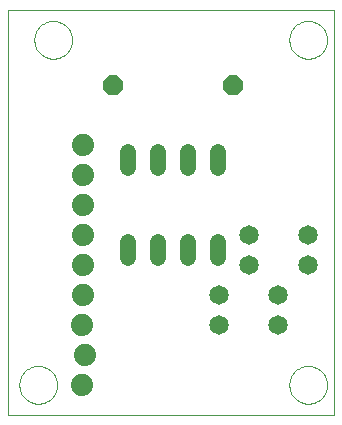
<source format=gtl>
G75*
%MOIN*%
%OFA0B0*%
%FSLAX24Y24*%
%IPPOS*%
%LPD*%
%AMOC8*
5,1,8,0,0,1.08239X$1,22.5*
%
%ADD10C,0.0000*%
%ADD11C,0.0520*%
%ADD12C,0.0650*%
%ADD13OC8,0.0660*%
%ADD14C,0.0740*%
D10*
X000350Y000350D02*
X000350Y013846D01*
X011220Y013846D01*
X011220Y000350D01*
X000350Y000350D01*
X000720Y001350D02*
X000722Y001400D01*
X000728Y001450D01*
X000738Y001499D01*
X000752Y001547D01*
X000769Y001594D01*
X000790Y001639D01*
X000815Y001683D01*
X000843Y001724D01*
X000875Y001763D01*
X000909Y001800D01*
X000946Y001834D01*
X000986Y001864D01*
X001028Y001891D01*
X001072Y001915D01*
X001118Y001936D01*
X001165Y001952D01*
X001213Y001965D01*
X001263Y001974D01*
X001312Y001979D01*
X001363Y001980D01*
X001413Y001977D01*
X001462Y001970D01*
X001511Y001959D01*
X001559Y001944D01*
X001605Y001926D01*
X001650Y001904D01*
X001693Y001878D01*
X001734Y001849D01*
X001773Y001817D01*
X001809Y001782D01*
X001841Y001744D01*
X001871Y001704D01*
X001898Y001661D01*
X001921Y001617D01*
X001940Y001571D01*
X001956Y001523D01*
X001968Y001474D01*
X001976Y001425D01*
X001980Y001375D01*
X001980Y001325D01*
X001976Y001275D01*
X001968Y001226D01*
X001956Y001177D01*
X001940Y001129D01*
X001921Y001083D01*
X001898Y001039D01*
X001871Y000996D01*
X001841Y000956D01*
X001809Y000918D01*
X001773Y000883D01*
X001734Y000851D01*
X001693Y000822D01*
X001650Y000796D01*
X001605Y000774D01*
X001559Y000756D01*
X001511Y000741D01*
X001462Y000730D01*
X001413Y000723D01*
X001363Y000720D01*
X001312Y000721D01*
X001263Y000726D01*
X001213Y000735D01*
X001165Y000748D01*
X001118Y000764D01*
X001072Y000785D01*
X001028Y000809D01*
X000986Y000836D01*
X000946Y000866D01*
X000909Y000900D01*
X000875Y000937D01*
X000843Y000976D01*
X000815Y001017D01*
X000790Y001061D01*
X000769Y001106D01*
X000752Y001153D01*
X000738Y001201D01*
X000728Y001250D01*
X000722Y001300D01*
X000720Y001350D01*
X001220Y012850D02*
X001222Y012900D01*
X001228Y012950D01*
X001238Y012999D01*
X001252Y013047D01*
X001269Y013094D01*
X001290Y013139D01*
X001315Y013183D01*
X001343Y013224D01*
X001375Y013263D01*
X001409Y013300D01*
X001446Y013334D01*
X001486Y013364D01*
X001528Y013391D01*
X001572Y013415D01*
X001618Y013436D01*
X001665Y013452D01*
X001713Y013465D01*
X001763Y013474D01*
X001812Y013479D01*
X001863Y013480D01*
X001913Y013477D01*
X001962Y013470D01*
X002011Y013459D01*
X002059Y013444D01*
X002105Y013426D01*
X002150Y013404D01*
X002193Y013378D01*
X002234Y013349D01*
X002273Y013317D01*
X002309Y013282D01*
X002341Y013244D01*
X002371Y013204D01*
X002398Y013161D01*
X002421Y013117D01*
X002440Y013071D01*
X002456Y013023D01*
X002468Y012974D01*
X002476Y012925D01*
X002480Y012875D01*
X002480Y012825D01*
X002476Y012775D01*
X002468Y012726D01*
X002456Y012677D01*
X002440Y012629D01*
X002421Y012583D01*
X002398Y012539D01*
X002371Y012496D01*
X002341Y012456D01*
X002309Y012418D01*
X002273Y012383D01*
X002234Y012351D01*
X002193Y012322D01*
X002150Y012296D01*
X002105Y012274D01*
X002059Y012256D01*
X002011Y012241D01*
X001962Y012230D01*
X001913Y012223D01*
X001863Y012220D01*
X001812Y012221D01*
X001763Y012226D01*
X001713Y012235D01*
X001665Y012248D01*
X001618Y012264D01*
X001572Y012285D01*
X001528Y012309D01*
X001486Y012336D01*
X001446Y012366D01*
X001409Y012400D01*
X001375Y012437D01*
X001343Y012476D01*
X001315Y012517D01*
X001290Y012561D01*
X001269Y012606D01*
X001252Y012653D01*
X001238Y012701D01*
X001228Y012750D01*
X001222Y012800D01*
X001220Y012850D01*
X009720Y012850D02*
X009722Y012900D01*
X009728Y012950D01*
X009738Y012999D01*
X009752Y013047D01*
X009769Y013094D01*
X009790Y013139D01*
X009815Y013183D01*
X009843Y013224D01*
X009875Y013263D01*
X009909Y013300D01*
X009946Y013334D01*
X009986Y013364D01*
X010028Y013391D01*
X010072Y013415D01*
X010118Y013436D01*
X010165Y013452D01*
X010213Y013465D01*
X010263Y013474D01*
X010312Y013479D01*
X010363Y013480D01*
X010413Y013477D01*
X010462Y013470D01*
X010511Y013459D01*
X010559Y013444D01*
X010605Y013426D01*
X010650Y013404D01*
X010693Y013378D01*
X010734Y013349D01*
X010773Y013317D01*
X010809Y013282D01*
X010841Y013244D01*
X010871Y013204D01*
X010898Y013161D01*
X010921Y013117D01*
X010940Y013071D01*
X010956Y013023D01*
X010968Y012974D01*
X010976Y012925D01*
X010980Y012875D01*
X010980Y012825D01*
X010976Y012775D01*
X010968Y012726D01*
X010956Y012677D01*
X010940Y012629D01*
X010921Y012583D01*
X010898Y012539D01*
X010871Y012496D01*
X010841Y012456D01*
X010809Y012418D01*
X010773Y012383D01*
X010734Y012351D01*
X010693Y012322D01*
X010650Y012296D01*
X010605Y012274D01*
X010559Y012256D01*
X010511Y012241D01*
X010462Y012230D01*
X010413Y012223D01*
X010363Y012220D01*
X010312Y012221D01*
X010263Y012226D01*
X010213Y012235D01*
X010165Y012248D01*
X010118Y012264D01*
X010072Y012285D01*
X010028Y012309D01*
X009986Y012336D01*
X009946Y012366D01*
X009909Y012400D01*
X009875Y012437D01*
X009843Y012476D01*
X009815Y012517D01*
X009790Y012561D01*
X009769Y012606D01*
X009752Y012653D01*
X009738Y012701D01*
X009728Y012750D01*
X009722Y012800D01*
X009720Y012850D01*
X009720Y001350D02*
X009722Y001400D01*
X009728Y001450D01*
X009738Y001499D01*
X009752Y001547D01*
X009769Y001594D01*
X009790Y001639D01*
X009815Y001683D01*
X009843Y001724D01*
X009875Y001763D01*
X009909Y001800D01*
X009946Y001834D01*
X009986Y001864D01*
X010028Y001891D01*
X010072Y001915D01*
X010118Y001936D01*
X010165Y001952D01*
X010213Y001965D01*
X010263Y001974D01*
X010312Y001979D01*
X010363Y001980D01*
X010413Y001977D01*
X010462Y001970D01*
X010511Y001959D01*
X010559Y001944D01*
X010605Y001926D01*
X010650Y001904D01*
X010693Y001878D01*
X010734Y001849D01*
X010773Y001817D01*
X010809Y001782D01*
X010841Y001744D01*
X010871Y001704D01*
X010898Y001661D01*
X010921Y001617D01*
X010940Y001571D01*
X010956Y001523D01*
X010968Y001474D01*
X010976Y001425D01*
X010980Y001375D01*
X010980Y001325D01*
X010976Y001275D01*
X010968Y001226D01*
X010956Y001177D01*
X010940Y001129D01*
X010921Y001083D01*
X010898Y001039D01*
X010871Y000996D01*
X010841Y000956D01*
X010809Y000918D01*
X010773Y000883D01*
X010734Y000851D01*
X010693Y000822D01*
X010650Y000796D01*
X010605Y000774D01*
X010559Y000756D01*
X010511Y000741D01*
X010462Y000730D01*
X010413Y000723D01*
X010363Y000720D01*
X010312Y000721D01*
X010263Y000726D01*
X010213Y000735D01*
X010165Y000748D01*
X010118Y000764D01*
X010072Y000785D01*
X010028Y000809D01*
X009986Y000836D01*
X009946Y000866D01*
X009909Y000900D01*
X009875Y000937D01*
X009843Y000976D01*
X009815Y001017D01*
X009790Y001061D01*
X009769Y001106D01*
X009752Y001153D01*
X009738Y001201D01*
X009728Y001250D01*
X009722Y001300D01*
X009720Y001350D01*
D11*
X007350Y005590D02*
X007350Y006110D01*
X006350Y006110D02*
X006350Y005590D01*
X005350Y005590D02*
X005350Y006110D01*
X004350Y006110D02*
X004350Y005590D01*
X004350Y008590D02*
X004350Y009110D01*
X005350Y009110D02*
X005350Y008590D01*
X006350Y008590D02*
X006350Y009110D01*
X007350Y009110D02*
X007350Y008590D01*
D12*
X008366Y006350D03*
X008366Y005350D03*
X009334Y004350D03*
X009334Y003350D03*
X010334Y005350D03*
X010334Y006350D03*
X007366Y004350D03*
X007366Y003350D03*
D13*
X007850Y011350D03*
X003850Y011350D03*
D14*
X002850Y009350D03*
X002850Y008350D03*
X002850Y007350D03*
X002850Y006350D03*
X002850Y005350D03*
X002850Y004350D03*
X002800Y003350D03*
X002900Y002350D03*
X002800Y001350D03*
M02*

</source>
